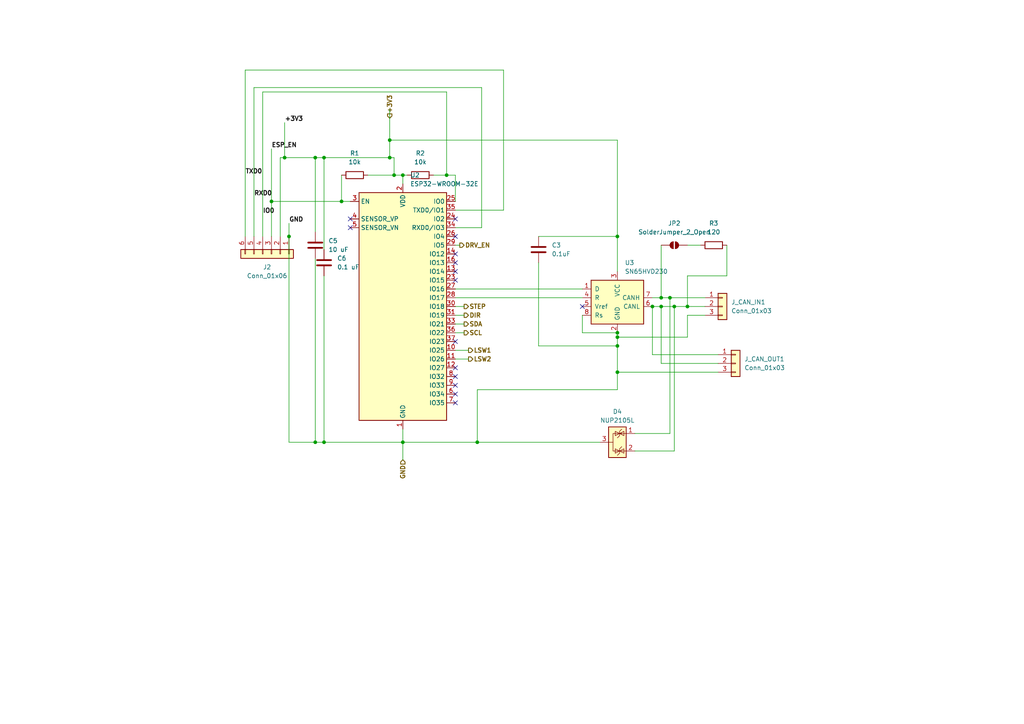
<source format=kicad_sch>
(kicad_sch (version 20250114) (generator "eeschema") (generator_version "9.0")
  (paper "A4")
  (lib_symbols
    (symbol "Connector_Generic:Conn_01x03" (pin_names (offset 1.016) (hide yes))
      (property "Reference" "J" (at 0 5.08 0))
      (property "Value" "Conn_01x03" (at 0 -5.08 0))
      (symbol "Conn_01x03_1_1"
        (rectangle (start -1.27 3.81) (end 1.27 -3.81) (stroke (width 0.254)) (fill (type background)))
        (rectangle (start -1.27 2.667) (end 0 2.413) (stroke (width 0.1524)))
        (rectangle (start -1.27 0.127) (end 0 -0.127) (stroke (width 0.1524)))
        (rectangle (start -1.27 -2.413) (end 0 -2.667) (stroke (width 0.1524)))
        (pin passive line (at -5.08 2.54 0) (length 3.81) (name "Pin_1") (number "1"))
        (pin passive line (at -5.08 0 0) (length 3.81) (name "Pin_2") (number "2"))
        (pin passive line (at -5.08 -2.54 0) (length 3.81) (name "Pin_3") (number "3"))
      )
    )
    (symbol "Connector_Generic:Conn_01x06" (pin_names (offset 1.016) (hide yes))
      (property "Reference" "J" (at 0 7.62 0))
      (property "Value" "Conn_01x06" (at 0 -10.16 0))
      (symbol "Conn_01x06_1_1"
        (rectangle (start -1.27 6.35) (end 1.27 -8.89) (stroke (width 0.254)) (fill (type background)))
        (rectangle (start -1.27 5.207) (end 0 4.953) (stroke (width 0.1524)))
        (rectangle (start -1.27 2.667) (end 0 2.413) (stroke (width 0.1524)))
        (rectangle (start -1.27 0.127) (end 0 -0.127) (stroke (width 0.1524)))
        (rectangle (start -1.27 -2.413) (end 0 -2.667) (stroke (width 0.1524)))
        (rectangle (start -1.27 -4.953) (end 0 -5.207) (stroke (width 0.1524)))
        (rectangle (start -1.27 -7.493) (end 0 -7.747) (stroke (width 0.1524)))
        (pin passive line (at -5.08 5.08 0) (length 3.81) (name "Pin_1") (number "1"))
        (pin passive line (at -5.08 2.54 0) (length 3.81) (name "Pin_2") (number "2"))
        (pin passive line (at -5.08 0 0) (length 3.81) (name "Pin_3") (number "3"))
        (pin passive line (at -5.08 -2.54 0) (length 3.81) (name "Pin_4") (number "4"))
        (pin passive line (at -5.08 -5.08 0) (length 3.81) (name "Pin_5") (number "5"))
        (pin passive line (at -5.08 -7.62 0) (length 3.81) (name "Pin_6") (number "6"))
      )
    )
    (symbol "Device:C" (pin_numbers (hide yes)) (pin_names (offset 0.254))
      (property "Reference" "C" (at 0.635 2.54 0))
      (property "Value" "C" (at 0.635 -2.54 0))
      (symbol "C_0_1"
        (polyline (pts (xy -2.032 0.762) (xy 2.032 0.762)) (stroke (width 0.508)))
        (polyline (pts (xy -2.032 -0.762) (xy 2.032 -0.762)) (stroke (width 0.508)))
      )
      (symbol "C_1_1"
        (pin passive line (at 0 3.81 270) (length 2.794) (name "~") (number "1"))
        (pin passive line (at 0 -3.81 90) (length 2.794) (name "~") (number "2"))
      )
    )
    (symbol "Device:R" (pin_numbers (hide yes)) (pin_names (offset 0))
      (property "Reference" "R" (at 2.032 0 90))
      (property "Value" "R" (at 0 0 90))
      (symbol "R_0_1"
        (rectangle (start -1.016 -2.54) (end 1.016 2.54) (stroke (width 0.254)))
      )
      (symbol "R_1_1"
        (pin passive line (at 0 3.81 270) (length 1.27) (name "~") (number "1"))
        (pin passive line (at 0 -3.81 90) (length 1.27) (name "~") (number "2"))
      )
    )
    (symbol "Interface_CAN_LIN:SN65HVD230" (pin_names (offset 1.016))
      (property "Reference" "U" (at -2.54 10.16 0))
      (property "Value" "SN65HVD230" (at -2.54 7.62 0))
      (symbol "SN65HVD230_0_1"
        (rectangle (start -7.62 5.08) (end 7.62 -7.62) (stroke (width 0.254)) (fill (type background)))
      )
      (symbol "SN65HVD230_1_1"
        (pin input line (at -10.16 2.54 0) (length 2.54) (name "D") (number "1"))
        (pin output line (at -10.16 0 0) (length 2.54) (name "R") (number "4"))
        (pin output line (at -10.16 -2.54 0) (length 2.54) (name "Vref") (number "5"))
        (pin input line (at -10.16 -5.08 0) (length 2.54) (name "Rs") (number "8"))
        (pin power_in line (at 0 7.62 270) (length 2.54) (name "VCC") (number "3"))
        (pin power_in line (at 0 -10.16 90) (length 2.54) (name "GND") (number "2"))
        (pin bidirectional line (at 10.16 0 180) (length 2.54) (name "CANH") (number "7"))
        (pin bidirectional line (at 10.16 -2.54 180) (length 2.54) (name "CANL") (number "6"))
      )
    )
    (symbol "Jumper:SolderJumper_2_Open" (pin_numbers (hide yes)) (pin_names (offset 0) (hide yes)) (in_bom no)
      (property "Reference" "JP" (at 0 2.032 0))
      (property "Value" "SolderJumper_2_Open" (at 0 -2.54 0))
      (symbol "SolderJumper_2_Open_0_1"
        (polyline (pts (xy -0.254 1.016) (xy -0.254 -1.016)))
        (arc (start -0.254 -1.016) (mid -1.2656 0) (end -0.254 1.016))
        (arc (start -0.254 -1.016) (mid -1.2656 0) (end -0.254 1.016) (fill (type outline)))
        (arc (start 0.254 1.016) (mid 1.2656 0) (end 0.254 -1.016))
        (arc (start 0.254 1.016) (mid 1.2656 0) (end 0.254 -1.016) (fill (type outline)))
        (polyline (pts (xy 0.254 1.016) (xy 0.254 -1.016)))
      )
      (symbol "SolderJumper_2_Open_1_1"
        (pin passive line (at -3.81 0 0) (length 2.54) (name "A") (number "1"))
        (pin passive line (at 3.81 0 180) (length 2.54) (name "B") (number "2"))
      )
    )
    (symbol "Power_Protection:NUP2105L" (pin_names (hide yes))
      (property "Reference" "D" (at 5.715 2.54 0))
      (property "Value" "NUP2105L" (at 5.715 0.635 0))
      (symbol "NUP2105L_0_0"
        (pin passive line (at 0 -5.08 90) (length 2.54) (name "A") (number "3"))
      )
      (symbol "NUP2105L_0_1"
        (rectangle (start -4.445 2.54) (end 4.445 -2.54) (stroke (width 0.254)) (fill (type background)))
        (polyline (pts (xy -3.81 1.27) (xy -3.175 0.635) (xy -1.905 0.635) (xy -1.27 0)))
        (polyline (pts (xy -2.54 2.54) (xy -2.54 0.635)))
        (polyline (pts (xy -2.54 0.635) (xy -2.54 -1.27) (xy 2.54 -1.27) (xy 2.54 0.635)))
        (polyline (pts (xy -2.54 0.635) (xy -1.905 -0.635) (xy -3.175 -0.635) (xy -2.54 0.635)))
        (polyline (pts (xy -2.54 0.635) (xy -3.175 1.905) (xy -1.905 1.905) (xy -2.54 0.635) (xy -2.54 1.27)))
        (polyline (pts (xy 0 -1.27) (xy 0 -2.54)))
        (polyline (pts (xy 1.27 1.27) (xy 1.905 0.635) (xy 2.54 0.635) (xy 3.175 0.635) (xy 3.81 0)))
        (polyline (pts (xy 2.54 2.54) (xy 2.54 0.635)))
        (polyline (pts (xy 2.54 0.635) (xy 1.905 -0.635) (xy 3.175 -0.635) (xy 2.54 0.635)))
        (polyline (pts (xy 2.54 0.635) (xy 3.175 1.905) (xy 1.905 1.905) (xy 2.54 0.635)))
      )
      (symbol "NUP2105L_1_1"
        (pin passive line (at -2.54 5.08 270) (length 2.54) (name "K") (number "1"))
        (pin passive line (at 2.54 5.08 270) (length 2.54) (name "K") (number "2"))
      )
    )
    (symbol "RF_Module:ESP32-WROOM-32E"
      (property "Reference" "U" (at -12.7 34.29 0))
      (property "Value" "ESP32-WROOM-32E" (at 1.27 34.29 0))
      (symbol "ESP32-WROOM-32E_0_1"
        (rectangle (start -12.7 33.02) (end 12.7 -33.02) (stroke (width 0.254)) (fill (type background)))
      )
      (symbol "ESP32-WROOM-32E_1_1"
        (pin input line (at -15.24 30.48 0) (length 2.54) (name "EN") (number "3"))
        (pin input line (at -15.24 25.4 0) (length 2.54) (name "SENSOR_VP") (number "4"))
        (pin input line (at -15.24 22.86 0) (length 2.54) (name "SENSOR_VN") (number "5"))
        (pin no_connect line (at -12.7 0 0) (length 2.54) (hide yes) (name "NC") (number "21"))
        (pin no_connect line (at -12.7 -2.54 0) (length 2.54) (hide yes) (name "NC") (number "22"))
        (pin no_connect line (at -12.7 -5.08 0) (length 2.54) (hide yes) (name "NC") (number "17"))
        (pin no_connect line (at -12.7 -7.62 0) (length 2.54) (hide yes) (name "NC") (number "18"))
        (pin no_connect line (at -12.7 -10.16 0) (length 2.54) (hide yes) (name "NC") (number "20"))
        (pin no_connect line (at -12.7 -12.7 0) (length 2.54) (hide yes) (name "NC") (number "19"))
        (pin no_connect line (at -12.7 -27.94 0) (length 2.54) (hide yes) (name "NC") (number "32"))
        (pin power_in line (at 0 35.56 270) (length 2.54) (name "VDD") (number "2"))
        (pin power_in line (at 0 -35.56 90) (length 2.54) (name "GND") (number "1"))
        (pin passive line (at 0 -35.56 90) (length 2.54) (hide yes) (name "GND") (number "15"))
        (pin passive line (at 0 -35.56 90) (length 2.54) (hide yes) (name "GND") (number "38"))
        (pin passive line (at 0 -35.56 90) (length 2.54) (hide yes) (name "GND") (number "39"))
        (pin bidirectional line (at 15.24 30.48 180) (length 2.54) (name "IO0") (number "25"))
        (pin bidirectional line (at 15.24 27.94 180) (length 2.54) (name "TXD0/IO1") (number "35"))
        (pin bidirectional line (at 15.24 25.4 180) (length 2.54) (name "IO2") (number "24"))
        (pin bidirectional line (at 15.24 22.86 180) (length 2.54) (name "RXD0/IO3") (number "34"))
        (pin bidirectional line (at 15.24 20.32 180) (length 2.54) (name "IO4") (number "26"))
        (pin bidirectional line (at 15.24 17.78 180) (length 2.54) (name "IO5") (number "29"))
        (pin bidirectional line (at 15.24 15.24 180) (length 2.54) (name "IO12") (number "14"))
        (pin bidirectional line (at 15.24 12.7 180) (length 2.54) (name "IO13") (number "16"))
        (pin bidirectional line (at 15.24 10.16 180) (length 2.54) (name "IO14") (number "13"))
        (pin bidirectional line (at 15.24 7.62 180) (length 2.54) (name "IO15") (number "23"))
        (pin bidirectional line (at 15.24 5.08 180) (length 2.54) (name "IO16") (number "27"))
        (pin bidirectional line (at 15.24 2.54 180) (length 2.54) (name "IO17") (number "28"))
        (pin bidirectional line (at 15.24 0 180) (length 2.54) (name "IO18") (number "30"))
        (pin bidirectional line (at 15.24 -2.54 180) (length 2.54) (name "IO19") (number "31"))
        (pin bidirectional line (at 15.24 -5.08 180) (length 2.54) (name "IO21") (number "33"))
        (pin bidirectional line (at 15.24 -7.62 180) (length 2.54) (name "IO22") (number "36"))
        (pin bidirectional line (at 15.24 -10.16 180) (length 2.54) (name "IO23") (number "37"))
        (pin bidirectional line (at 15.24 -12.7 180) (length 2.54) (name "IO25") (number "10"))
        (pin bidirectional line (at 15.24 -15.24 180) (length 2.54) (name "IO26") (number "11"))
        (pin bidirectional line (at 15.24 -17.78 180) (length 2.54) (name "IO27") (number "12"))
        (pin bidirectional line (at 15.24 -20.32 180) (length 2.54) (name "IO32") (number "8"))
        (pin bidirectional line (at 15.24 -22.86 180) (length 2.54) (name "IO33") (number "9"))
        (pin input line (at 15.24 -25.4 180) (length 2.54) (name "IO34") (number "6"))
        (pin input line (at 15.24 -27.94 180) (length 2.54) (name "IO35") (number "7"))
      )
    )
  )
  (junction (at 129.54 50.8))
  (junction (at 179.07 96.52))
  (junction (at 83.82 68.58))
  (junction (at 194.31 86.36))
  (junction (at 189.23 88.9))
  (junction (at 82.55 45.72))
  (junction (at 116.84 128.27))
  (junction (at 113.03 45.72))
  (junction (at 179.07 97.79))
  (junction (at 113.03 40.64))
  (junction (at 179.07 100.33))
  (junction (at 91.44 128.27))
  (junction (at 191.77 88.9))
  (junction (at 191.77 86.36))
  (junction (at 199.39 88.9))
  (junction (at 78.74 58.42))
  (junction (at 195.58 88.9))
  (junction (at 179.07 107.95))
  (junction (at 93.98 45.72))
  (junction (at 114.3 50.8))
  (junction (at 116.84 50.8))
  (junction (at 91.44 45.72))
  (junction (at 179.07 68.58))
  (junction (at 93.98 128.27))
  (junction (at 99.06 58.42))
  (junction (at 138.43 128.27))
  (no_connect (at 101.6 63.5))
  (no_connect (at 132.08 68.58))
  (no_connect (at 132.08 106.68))
  (no_connect (at 101.6 66.04))
  (no_connect (at 132.08 116.84))
  (no_connect (at 132.08 81.28))
  (no_connect (at 132.08 63.5))
  (no_connect (at 132.08 114.3))
  (no_connect (at 132.08 111.76))
  (no_connect (at 132.08 99.06))
  (no_connect (at 168.91 88.9))
  (no_connect (at 132.08 78.74))
  (no_connect (at 132.08 76.2))
  (no_connect (at 132.08 73.66))
  (no_connect (at 132.08 109.22))
  (wire (pts (xy 156.21 100.33) (xy 179.07 100.33)))
  (wire (pts (xy 76.2 26.67) (xy 76.2 68.58)))
  (wire (pts (xy 106.68 50.8) (xy 114.3 50.8)))
  (wire (pts (xy 204.47 91.44) (xy 199.39 91.44)))
  (wire (pts (xy 93.98 45.72) (xy 113.03 45.72)))
  (wire (pts (xy 116.84 50.8) (xy 114.3 50.8)))
  (wire (pts (xy 179.07 107.95) (xy 179.07 100.33)))
  (wire (pts (xy 76.2 26.67) (xy 129.54 26.67)))
  (wire (pts (xy 179.07 68.58) (xy 179.07 78.74)))
  (wire (pts (xy 93.98 128.27) (xy 116.84 128.27)))
  (wire (pts (xy 194.31 125.73) (xy 184.15 125.73)))
  (wire (pts (xy 91.44 45.72) (xy 91.44 67.31)))
  (wire (pts (xy 194.31 86.36) (xy 204.47 86.36)))
  (wire (pts (xy 199.39 91.44) (xy 199.39 97.79)))
  (wire (pts (xy 116.84 124.46) (xy 116.84 128.27)))
  (wire (pts (xy 156.21 76.2) (xy 156.21 100.33)))
  (wire (pts (xy 179.07 113.03) (xy 179.07 107.95)))
  (wire (pts (xy 189.23 88.9) (xy 191.77 88.9)))
  (wire (pts (xy 81.28 45.72) (xy 82.55 45.72)))
  (wire (pts (xy 179.07 113.03) (xy 138.43 113.03)))
  (wire (pts (xy 146.05 20.32) (xy 146.05 60.96)))
  (wire (pts (xy 113.03 31.75) (xy 113.03 40.64)))
  (wire (pts (xy 132.08 96.52) (xy 134.62 96.52)))
  (wire (pts (xy 113.03 45.72) (xy 114.3 45.72)))
  (wire (pts (xy 113.03 40.64) (xy 179.07 40.64)))
  (wire (pts (xy 189.23 102.87) (xy 189.23 88.9)))
  (wire (pts (xy 208.28 105.41) (xy 191.77 105.41)))
  (wire (pts (xy 83.82 68.58) (xy 83.82 128.27)))
  (wire (pts (xy 116.84 53.34) (xy 116.84 50.8)))
  (wire (pts (xy 179.07 40.64) (xy 179.07 68.58)))
  (wire (pts (xy 114.3 45.72) (xy 114.3 50.8)))
  (wire (pts (xy 208.28 107.95) (xy 179.07 107.95)))
  (wire (pts (xy 199.39 88.9) (xy 204.47 88.9)))
  (wire (pts (xy 195.58 130.81) (xy 195.58 88.9)))
  (wire (pts (xy 113.03 40.64) (xy 113.03 45.72)))
  (wire (pts (xy 82.55 35.56) (xy 82.55 45.72)))
  (wire (pts (xy 184.15 130.81) (xy 195.58 130.81)))
  (wire (pts (xy 210.82 80.01) (xy 199.39 80.01)))
  (wire (pts (xy 189.23 86.36) (xy 191.77 86.36)))
  (wire (pts (xy 91.44 128.27) (xy 93.98 128.27)))
  (wire (pts (xy 91.44 45.72) (xy 93.98 45.72)))
  (wire (pts (xy 91.44 74.93) (xy 91.44 128.27)))
  (wire (pts (xy 99.06 58.42) (xy 99.06 50.8)))
  (wire (pts (xy 191.77 105.41) (xy 191.77 88.9)))
  (wire (pts (xy 82.55 45.72) (xy 91.44 45.72)))
  (wire (pts (xy 132.08 86.36) (xy 168.91 86.36)))
  (wire (pts (xy 139.7 66.04) (xy 132.08 66.04)))
  (wire (pts (xy 132.08 71.12) (xy 133.35 71.12)))
  (wire (pts (xy 191.77 86.36) (xy 194.31 86.36)))
  (wire (pts (xy 132.08 91.44) (xy 134.62 91.44)))
  (wire (pts (xy 81.28 68.58) (xy 81.28 45.72)))
  (wire (pts (xy 132.08 93.98) (xy 134.62 93.98)))
  (wire (pts (xy 83.82 128.27) (xy 91.44 128.27)))
  (wire (pts (xy 195.58 88.9) (xy 199.39 88.9)))
  (wire (pts (xy 132.08 50.8) (xy 129.54 50.8)))
  (wire (pts (xy 146.05 60.96) (xy 132.08 60.96)))
  (wire (pts (xy 132.08 88.9) (xy 134.62 88.9)))
  (wire (pts (xy 132.08 83.82) (xy 168.91 83.82)))
  (wire (pts (xy 101.6 58.42) (xy 99.06 58.42)))
  (wire (pts (xy 71.12 68.58) (xy 71.12 20.32)))
  (wire (pts (xy 191.77 71.12) (xy 191.77 86.36)))
  (wire (pts (xy 83.82 64.77) (xy 83.82 68.58)))
  (wire (pts (xy 132.08 101.6) (xy 135.89 101.6)))
  (wire (pts (xy 168.91 91.44) (xy 168.91 96.52)))
  (wire (pts (xy 125.73 50.8) (xy 129.54 50.8)))
  (wire (pts (xy 179.07 97.79) (xy 179.07 96.52)))
  (wire (pts (xy 138.43 113.03) (xy 138.43 128.27)))
  (wire (pts (xy 194.31 86.36) (xy 194.31 125.73)))
  (wire (pts (xy 116.84 50.8) (xy 118.11 50.8)))
  (wire (pts (xy 78.74 68.58) (xy 78.74 58.42)))
  (wire (pts (xy 199.39 80.01) (xy 199.39 88.9)))
  (wire (pts (xy 139.7 25.4) (xy 139.7 66.04)))
  (wire (pts (xy 210.82 71.12) (xy 210.82 80.01)))
  (wire (pts (xy 129.54 26.67) (xy 129.54 50.8)))
  (wire (pts (xy 179.07 100.33) (xy 179.07 97.79)))
  (wire (pts (xy 73.66 25.4) (xy 139.7 25.4)))
  (wire (pts (xy 132.08 104.14) (xy 135.89 104.14)))
  (wire (pts (xy 208.28 102.87) (xy 189.23 102.87)))
  (wire (pts (xy 191.77 88.9) (xy 195.58 88.9)))
  (wire (pts (xy 132.08 50.8) (xy 132.08 58.42)))
  (wire (pts (xy 78.74 58.42) (xy 99.06 58.42)))
  (wire (pts (xy 93.98 80.01) (xy 93.98 128.27)))
  (wire (pts (xy 78.74 43.18) (xy 78.74 58.42)))
  (wire (pts (xy 138.43 128.27) (xy 173.99 128.27)))
  (wire (pts (xy 168.91 96.52) (xy 179.07 96.52)))
  (wire (pts (xy 73.66 68.58) (xy 73.66 25.4)))
  (wire (pts (xy 156.21 68.58) (xy 179.07 68.58)))
  (wire (pts (xy 116.84 128.27) (xy 138.43 128.27)))
  (wire (pts (xy 71.12 20.32) (xy 146.05 20.32)))
  (wire (pts (xy 179.07 97.79) (xy 199.39 97.79)))
  (wire (pts (xy 116.84 128.27) (xy 116.84 133.35)))
  (wire (pts (xy 199.39 71.12) (xy 203.2 71.12)))
  (wire (pts (xy 93.98 45.72) (xy 93.98 72.39)))
  (label "TXD0" (at 71.12 50.8 0) (effects (font (thickness 0.254) (bold yes))))
  (label "IO0" (at 76.2 62.23 0) (effects (font (thickness 0.254) (bold yes))))
  (label "GND" (at 83.82 64.77 0) (effects (font (thickness 0.254) (bold yes))))
  (label "+3V3" (at 82.55 35.56 0) (effects (font (thickness 0.254) (bold yes))))
  (label "ESP_EN" (at 78.74 43.18 0) (effects (font (thickness 0.254) (bold yes))))
  (label "RXD0" (at 73.66 57.15 0) (effects (font (thickness 0.254) (bold yes))))
  (hierarchical_label "STEP" (shape output) (at 134.62 88.9 0) (effects (font (thickness 0.254) (bold yes))))
  (hierarchical_label "SDA" (shape output) (at 134.62 93.98 0) (effects (font (thickness 0.254) (bold yes))))
  (hierarchical_label "SCL" (shape output) (at 134.62 96.52 0) (effects (font (thickness 0.254) (bold yes))))
  (hierarchical_label "DRV_EN" (shape output) (at 133.35 71.12 0) (effects (font (thickness 0.254) (bold yes))))
  (hierarchical_label "LSW1" (shape output) (at 135.89 101.6 0) (effects (font (thickness 0.254) (bold yes))))
  (hierarchical_label "DIR" (shape output) (at 134.62 91.44 0) (effects (font (thickness 0.254) (bold yes))))
  (hierarchical_label "+3V3" (shape input) (at 113.03 34.29 90) (effects (font (thickness 0.254) (bold yes))))
  (hierarchical_label "GND" (shape input) (at 116.84 133.35 270) (effects (font (thickness 0.254) (bold yes))))
  (hierarchical_label "LSW2" (shape output) (at 135.89 104.14 0) (effects (font (thickness 0.254) (bold yes))))
  (symbol (lib_id "Device:R") (at 207.01 71.12 90) (unit 1)
    (property "Reference" "R3" (at 207.01 64.77 90))
    (property "Value" "120" (at 207.01 67.31 90))
    (property "Description" "Resistor" (effects (hide yes)))
  )
  (symbol (lib_id "RF_Module:ESP32-WROOM-32E") (at 116.84 88.9 0) (unit 1)
    (property "Reference" "U2" (at 118.9833 50.8 0) (effects (justify left)))
    (property "Value" "ESP32-WROOM-32E" (at 118.9833 53.34 0) (effects (justify left)))
    (property "Footprint" "RF_Module:ESP32-WROOM-32D" (effects (hide yes)))
    (property "Datasheet" "https://www.espressif.com/sites/default/files/documentation/esp32-wroom-32e_esp32-wroom-32ue_datasheet_en.pdf" (effects (hide yes)))
    (property "Description" "RF Module, ESP32-D0WD-V3 SoC, without PSRAM, Wi-Fi 802.11b/g/n, Bluetooth, BLE, 32-bit, 2.7-3.6V, onboard antenna, SMD" (effects (hide yes)))
  )
  (symbol (lib_id "Device:C") (at 91.44 71.12 0) (unit 1)
    (property "Reference" "C5" (at 95.25 69.8499 0) (effects (justify left)))
    (property "Value" "10 uF" (at 95.25 72.3899 0) (effects (justify left)))
    (property "Description" "Unpolarized capacitor" (effects (hide yes)))
  )
  (symbol (lib_id "Device:R") (at 102.87 50.8 270) (unit 1)
    (property "Reference" "R1" (at 102.87 44.45 90))
    (property "Value" "10k" (at 102.87 46.99 90))
    (property "Description" "Resistor" (effects (hide yes)))
  )
  (symbol (lib_id "Connector_Generic:Conn_01x06") (at 78.74 73.66 270) (unit 1)
    (property "Reference" "J2" (at 77.47 77.47 90))
    (property "Value" "Conn_01x06" (at 77.47 80.01 90))
    (property "Footprint" "Connector_PinHeader_2.54mm:PinHeader_1x06_P2.54mm_Horizontal" (effects (hide yes)))
    (property "Description" "Generic connector, single row, 01x06, script generated (kicad-library-utils/schlib/autogen/connector/)" (effects (hide yes)))
  )
  (symbol (lib_id "Device:C") (at 93.98 76.2 0) (unit 1)
    (property "Reference" "C6" (at 97.79 74.9299 0) (effects (justify left)))
    (property "Value" "0.1 uF" (at 97.79 77.4699 0) (effects (justify left)))
    (property "Description" "Unpolarized capacitor" (effects (hide yes)))
  )
  (symbol (lib_id "Power_Protection:NUP2105L") (at 179.07 128.27 270) (unit 1)
    (property "Reference" "D4" (at 179.07 119.38 90))
    (property "Value" "NUP2105L" (at 179.07 121.92 90))
    (property "Footprint" "Package_TO_SOT_SMD:SOT-23" (effects (hide yes)))
    (property "Datasheet" "https://www.onsemi.com/pub_link/Collateral/NUP2105L-D.PDF" (effects (hide yes)))
    (property "Description" "Dual Line CAN Bus Protector, 24Vrwm" (effects (hide yes)))
  )
  (symbol (lib_id "Device:R") (at 121.92 50.8 270) (unit 1)
    (property "Reference" "R2" (at 121.92 44.45 90))
    (property "Value" "10k" (at 121.92 46.99 90))
    (property "Description" "Resistor" (effects (hide yes)))
  )
  (symbol (lib_id "Connector_Generic:Conn_01x03") (at 209.55 88.9 0) (unit 1)
    (property "Reference" "J_CAN_IN1" (at 212.09 87.6299 0) (effects (justify left)))
    (property "Value" "Conn_01x03" (at 212.09 90.1699 0) (effects (justify left)))
    (property "Footprint" "Connector_JST:JST_VH_B3P-VH_1x03_P3.96mm_Vertical" (effects (hide yes)))
    (property "Description" "Generic connector, single row, 01x03, script generated (kicad-library-utils/schlib/autogen/connector/)" (effects (hide yes)))
  )
  (symbol (lib_id "Jumper:SolderJumper_2_Open") (at 195.58 71.12 0) (unit 1) (in_bom no)
    (property "Reference" "JP2" (at 195.58 64.77 0))
    (property "Value" "SolderJumper_2_Open" (at 195.58 67.31 0))
    (property "Footprint" "Jumper:SolderJumper-2_P1.3mm_Open_RoundedPad1.0x1.5mm" (effects (hide yes)))
    (property "Description" "Solder Jumper, 2-pole, open" (effects (hide yes)))
  )
  (symbol (lib_id "Connector_Generic:Conn_01x03") (at 213.36 105.41 0) (unit 1)
    (property "Reference" "J_CAN_OUT1" (at 215.9 104.1399 0) (effects (justify left)))
    (property "Value" "Conn_01x03" (at 215.9 106.6799 0) (effects (justify left)))
    (property "Footprint" "Connector_JST:JST_VH_B3P-VH_1x03_P3.96mm_Vertical" (effects (hide yes)))
    (property "Description" "Generic connector, single row, 01x03, script generated (kicad-library-utils/schlib/autogen/connector/)" (effects (hide yes)))
  )
  (symbol (lib_id "Interface_CAN_LIN:SN65HVD230") (at 179.07 86.36 0) (unit 1)
    (property "Reference" "U3" (at 181.2133 76.2 0) (effects (justify left)))
    (property "Value" "SN65HVD230" (at 181.2133 78.74 0) (effects (justify left)))
    (property "Footprint" "Package_SO:SOIC-8_3.9x4.9mm_P1.27mm" (effects (hide yes)))
    (property "Datasheet" "http://www.ti.com/lit/ds/symlink/sn65hvd230.pdf" (effects (hide yes)))
    (property "Description" "CAN Bus Transceivers, 3.3V, 1Mbps, Low-Power capabilities, SOIC-8" (effects (hide yes)))
  )
  (symbol (lib_id "Device:C") (at 156.21 72.39 0) (unit 1)
    (property "Reference" "C3" (at 160.02 71.1199 0) (effects (justify left)))
    (property "Value" "0.1uF" (at 160.02 73.6599 0) (effects (justify left)))
    (property "Description" "Unpolarized capacitor" (effects (hide yes)))
  )
)
</source>
